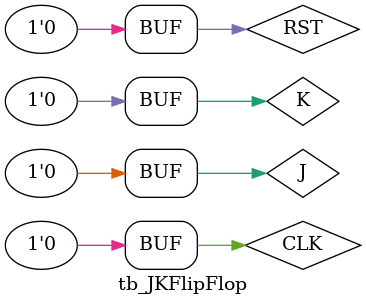
<source format=v>
`timescale 1ns / 1ps


module tb_JKFlipFlop;

	// Inputs
	reg J;
	reg K;
	reg CLK;
	reg RST;

	// Outputs
	wire Q;
	wire Q_not;

	// Instantiate the Unit Under Test (UUT)
	JKFF uut (
		.J(J), 
		.K(K), 
		.CLK(CLK), 
		.RST(RST), 
		.Q(Q), 
		.Q_not(Q_not)
	);
	
	initial begin
		CLK = 1'b0;
		repeat(500)
		begin
			#40
			CLK = ~CLK;
		end
	end

	initial begin
		// Initialize Inputs
		RST = 1;
		J = 0;
		K = 0;
		#100;
		
		RST = 0;
		J = 0;
		K = 1;
		#100;
		
		J = 0;
		K = 0;
		#100;
		
		J = 1;
		K = 0;
		#100;
		
		J = 0;
		K = 0;
		#100;
		
		J = 1;
		K = 1;
		#100;
		
		J = 0;
		K = 0;
		#100;
        
		// Add stimulus here

	end
      
endmodule


</source>
